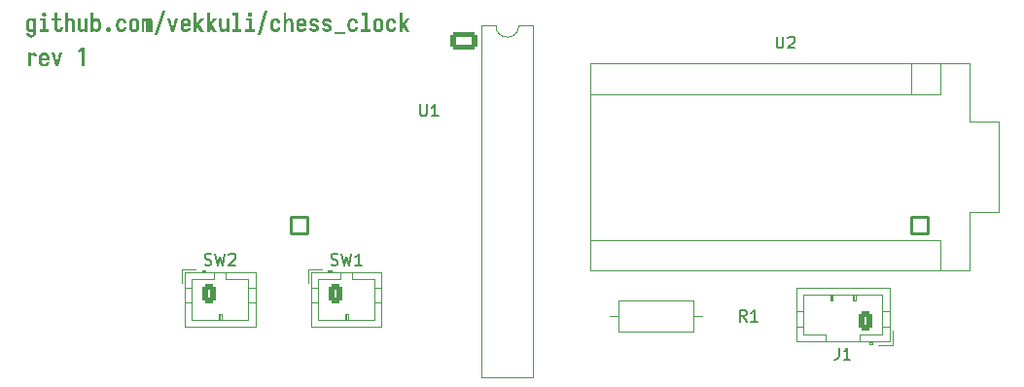
<source format=gto>
G04 #@! TF.GenerationSoftware,KiCad,Pcbnew,9.0.2*
G04 #@! TF.CreationDate,2025-06-28T10:53:46+03:00*
G04 #@! TF.ProjectId,chess_clock_pcb,63686573-735f-4636-9c6f-636b5f706362,rev?*
G04 #@! TF.SameCoordinates,Original*
G04 #@! TF.FileFunction,Legend,Top*
G04 #@! TF.FilePolarity,Positive*
%FSLAX46Y46*%
G04 Gerber Fmt 4.6, Leading zero omitted, Abs format (unit mm)*
G04 Created by KiCad (PCBNEW 9.0.2) date 2025-06-28 10:53:46*
%MOMM*%
%LPD*%
G01*
G04 APERTURE LIST*
G04 Aperture macros list*
%AMRoundRect*
0 Rectangle with rounded corners*
0 $1 Rounding radius*
0 $2 $3 $4 $5 $6 $7 $8 $9 X,Y pos of 4 corners*
0 Add a 4 corners polygon primitive as box body*
4,1,4,$2,$3,$4,$5,$6,$7,$8,$9,$2,$3,0*
0 Add four circle primitives for the rounded corners*
1,1,$1+$1,$2,$3*
1,1,$1+$1,$4,$5*
1,1,$1+$1,$6,$7*
1,1,$1+$1,$8,$9*
0 Add four rect primitives between the rounded corners*
20,1,$1+$1,$2,$3,$4,$5,0*
20,1,$1+$1,$4,$5,$6,$7,0*
20,1,$1+$1,$6,$7,$8,$9,0*
20,1,$1+$1,$8,$9,$2,$3,0*%
G04 Aperture macros list end*
%ADD10C,0.320000*%
%ADD11C,0.150000*%
%ADD12C,0.120000*%
%ADD13R,1.600000X1.600000*%
%ADD14O,1.600000X1.600000*%
%ADD15C,3.200000*%
%ADD16C,1.600000*%
%ADD17RoundRect,0.250000X-0.350000X-0.625000X0.350000X-0.625000X0.350000X0.625000X-0.350000X0.625000X0*%
%ADD18O,1.200000X1.750000*%
%ADD19RoundRect,0.250000X-0.950000X-0.550000X0.950000X-0.550000X0.950000X0.550000X-0.950000X0.550000X0*%
%ADD20O,2.400000X1.600000*%
%ADD21RoundRect,0.250000X0.350000X0.625000X-0.350000X0.625000X-0.350000X-0.625000X0.350000X-0.625000X0*%
%ADD22C,1.850000*%
%ADD23RoundRect,0.102000X0.937500X0.937500X-0.937500X0.937500X-0.937500X-0.937500X0.937500X-0.937500X0*%
%ADD24C,2.079000*%
%ADD25RoundRect,0.102000X0.729000X0.729000X-0.729000X0.729000X-0.729000X-0.729000X0.729000X-0.729000X0*%
%ADD26C,1.662000*%
G04 APERTURE END LIST*
D10*
G36*
X109257431Y-56228000D02*
G01*
X109257431Y-55064036D01*
X109508122Y-55064036D01*
X109508122Y-55283366D01*
X109545052Y-55193875D01*
X109601032Y-55116597D01*
X109636646Y-55086228D01*
X109679288Y-55064036D01*
X109725758Y-55050504D01*
X109772295Y-55046060D01*
X109814400Y-55049410D01*
X109856217Y-55059542D01*
X109895184Y-55076907D01*
X109928904Y-55102040D01*
X109957434Y-55133373D01*
X109980390Y-55169256D01*
X110011751Y-55248683D01*
X110026308Y-55332703D01*
X110029727Y-55417699D01*
X109778939Y-55417699D01*
X109775617Y-55363966D01*
X109761060Y-55313652D01*
X109746952Y-55292498D01*
X109726378Y-55275550D01*
X109701909Y-55264606D01*
X109675966Y-55260993D01*
X109641720Y-55266271D01*
X109609923Y-55282291D01*
X109582672Y-55305913D01*
X109561856Y-55333778D01*
X109533817Y-55398648D01*
X109518185Y-55469186D01*
X109510369Y-55539723D01*
X109508122Y-55610163D01*
X109508122Y-56228000D01*
X109257431Y-56228000D01*
G37*
G36*
X110800851Y-55057295D02*
G01*
X110860609Y-55073057D01*
X110916133Y-55097644D01*
X110966699Y-55130833D01*
X111011193Y-55172577D01*
X111048770Y-55220847D01*
X111078311Y-55273303D01*
X111100104Y-55329606D01*
X111114166Y-55389758D01*
X111124228Y-55511684D01*
X111124228Y-55753484D01*
X110481870Y-55753484D01*
X110481870Y-55780351D01*
X110491933Y-55871014D01*
X110505994Y-55914822D01*
X110527690Y-55953764D01*
X110557474Y-55986362D01*
X110595980Y-56010916D01*
X110639388Y-56026074D01*
X110683321Y-56031042D01*
X110749364Y-56024301D01*
X110808667Y-55999681D01*
X110832909Y-55979111D01*
X110852337Y-55952689D01*
X110865475Y-55922459D01*
X110871290Y-55889967D01*
X111119832Y-55889967D01*
X111113908Y-55942782D01*
X111100781Y-55992940D01*
X111080667Y-56040669D01*
X111053691Y-56085850D01*
X111020403Y-56126467D01*
X110981004Y-56160882D01*
X110936870Y-56189357D01*
X110889267Y-56212368D01*
X110839319Y-56229162D01*
X110788541Y-56239137D01*
X110683321Y-56245878D01*
X110561297Y-56234643D01*
X110501541Y-56218955D01*
X110446015Y-56194392D01*
X110395146Y-56161413D01*
X110349783Y-56120533D01*
X110311219Y-56073016D01*
X110280418Y-56019807D01*
X110257762Y-55962465D01*
X110243489Y-55902277D01*
X110233426Y-55780351D01*
X110233426Y-55511684D01*
X110481870Y-55511684D01*
X110481870Y-55538551D01*
X110875785Y-55538551D01*
X110875785Y-55511684D01*
X110866796Y-55422193D01*
X110853690Y-55379084D01*
X110832114Y-55339346D01*
X110802496Y-55305746D01*
X110764996Y-55281119D01*
X110722590Y-55265989D01*
X110678827Y-55260993D01*
X110635064Y-55265989D01*
X110592658Y-55281119D01*
X110555139Y-55305742D01*
X110525443Y-55339346D01*
X110503918Y-55379076D01*
X110490760Y-55422193D01*
X110481870Y-55511684D01*
X110233426Y-55511684D01*
X110243489Y-55389758D01*
X110257527Y-55329601D01*
X110279246Y-55273303D01*
X110308842Y-55220836D01*
X110346364Y-55172577D01*
X110390937Y-55130828D01*
X110441521Y-55097644D01*
X110497045Y-55073057D01*
X110556803Y-55057295D01*
X110678827Y-55046060D01*
X110800851Y-55057295D01*
G37*
G36*
X111654822Y-56228000D02*
G01*
X111542861Y-55840728D01*
X111321284Y-55064036D01*
X111580963Y-55064036D01*
X111780167Y-55840728D01*
X111789057Y-55876583D01*
X111798046Y-55912340D01*
X111806936Y-55876583D01*
X111815924Y-55840728D01*
X112015129Y-55064036D01*
X112274808Y-55064036D01*
X111941270Y-56228000D01*
X111654822Y-56228000D01*
G37*
G36*
X113978255Y-56228000D02*
G01*
X113978255Y-54813345D01*
X113720823Y-55019290D01*
X113597725Y-54887204D01*
X113978255Y-54582780D01*
X114228946Y-54582780D01*
X114228946Y-56228000D01*
X113978255Y-56228000D01*
G37*
G36*
X109546127Y-52058369D02*
G01*
X109589182Y-52074574D01*
X109628974Y-52098718D01*
X109664319Y-52129253D01*
X109693942Y-52164762D01*
X109738688Y-52247609D01*
X109738688Y-52064036D01*
X109987131Y-52064036D01*
X109987131Y-53261607D01*
X109978143Y-53382459D01*
X109965286Y-53441635D01*
X109944633Y-53497741D01*
X109915927Y-53550152D01*
X109878590Y-53598467D01*
X109834198Y-53640286D01*
X109784508Y-53673401D01*
X109730315Y-53698294D01*
X109672644Y-53714824D01*
X109552868Y-53727134D01*
X109446573Y-53719318D01*
X109395108Y-53707862D01*
X109345847Y-53689130D01*
X109299466Y-53663718D01*
X109256259Y-53631977D01*
X109218165Y-53594676D01*
X109186894Y-53552549D01*
X109162335Y-53506200D01*
X109144396Y-53456318D01*
X109127592Y-53351098D01*
X109376036Y-53351098D01*
X109391667Y-53417141D01*
X109408061Y-53447243D01*
X109429769Y-53471949D01*
X109456312Y-53491007D01*
X109486824Y-53503310D01*
X109552868Y-53512298D01*
X109594537Y-53507061D01*
X109635715Y-53491000D01*
X109671855Y-53465441D01*
X109699511Y-53431600D01*
X109719138Y-53392142D01*
X109730872Y-53349926D01*
X109738688Y-53261607D01*
X109738688Y-53044427D01*
X109693942Y-53127274D01*
X109664330Y-53162722D01*
X109628974Y-53193317D01*
X109589188Y-53217385D01*
X109546127Y-53233568D01*
X109454389Y-53245878D01*
X109401105Y-53241706D01*
X109347997Y-53229074D01*
X109298103Y-53207810D01*
X109254012Y-53177685D01*
X109216133Y-53139732D01*
X109184647Y-53094838D01*
X109159670Y-53045641D01*
X109140976Y-52995187D01*
X109119776Y-52888893D01*
X109114207Y-52780351D01*
X109114207Y-52511684D01*
X109362651Y-52511684D01*
X109362651Y-52780351D01*
X109371542Y-52869842D01*
X109384495Y-52912771D01*
X109405150Y-52951517D01*
X109433774Y-52984365D01*
X109471193Y-53009744D01*
X109513659Y-53025770D01*
X109557362Y-53031042D01*
X109614417Y-53022054D01*
X109664829Y-52994113D01*
X109701758Y-52949367D01*
X109724131Y-52895634D01*
X109735268Y-52838481D01*
X109738688Y-52780351D01*
X109738688Y-52511684D01*
X109735268Y-52453554D01*
X109724131Y-52396499D01*
X109701758Y-52342766D01*
X109664829Y-52297923D01*
X109614417Y-52269981D01*
X109557362Y-52260993D01*
X109513659Y-52266265D01*
X109471193Y-52282291D01*
X109433778Y-52307593D01*
X109405150Y-52340421D01*
X109384499Y-52379180D01*
X109371542Y-52422193D01*
X109362651Y-52511684D01*
X109114207Y-52511684D01*
X109119776Y-52403143D01*
X109140976Y-52296848D01*
X109159670Y-52246394D01*
X109184647Y-52197197D01*
X109216144Y-52152240D01*
X109254012Y-52114350D01*
X109298100Y-52084203D01*
X109347997Y-52062863D01*
X109401105Y-52050232D01*
X109454389Y-52046060D01*
X109546127Y-52058369D01*
G37*
G36*
X110287062Y-53228000D02*
G01*
X110287062Y-53013066D01*
X110569113Y-53013066D01*
X110569113Y-52278872D01*
X110318422Y-52278872D01*
X110318422Y-52064036D01*
X110819804Y-52064036D01*
X110819804Y-53013066D01*
X111070593Y-53013066D01*
X111070593Y-53228000D01*
X110287062Y-53228000D01*
G37*
G36*
X110678827Y-51907330D02*
G01*
X110607117Y-51896192D01*
X110573871Y-51881448D01*
X110546741Y-51860337D01*
X110525630Y-51833207D01*
X110510886Y-51799960D01*
X110499748Y-51728251D01*
X110510886Y-51656639D01*
X110525635Y-51623310D01*
X110546741Y-51596164D01*
X110573874Y-51575076D01*
X110607117Y-51560407D01*
X110678827Y-51549172D01*
X110750439Y-51560407D01*
X110783766Y-51575081D01*
X110810914Y-51596164D01*
X110831997Y-51623312D01*
X110846671Y-51656639D01*
X110857906Y-51728251D01*
X110846671Y-51799960D01*
X110832002Y-51833204D01*
X110810914Y-51860337D01*
X110783768Y-51881442D01*
X110750439Y-51896192D01*
X110678827Y-51907330D01*
G37*
G36*
X111936873Y-53245878D02*
G01*
X111881082Y-53242530D01*
X111824912Y-53232396D01*
X111771371Y-53213945D01*
X111723014Y-53185501D01*
X111680543Y-53148575D01*
X111644661Y-53104901D01*
X111615567Y-53056214D01*
X111593175Y-53004175D01*
X111577287Y-52949666D01*
X111567480Y-52893387D01*
X111560739Y-52780351D01*
X111560739Y-52278872D01*
X111343656Y-52278872D01*
X111343656Y-52064036D01*
X111560739Y-52064036D01*
X111560739Y-51582780D01*
X111811430Y-51582780D01*
X111811430Y-52064036D01*
X112127090Y-52064036D01*
X112127090Y-52278872D01*
X111811430Y-52278872D01*
X111811430Y-52780351D01*
X111812505Y-52833010D01*
X111818171Y-52884399D01*
X111830481Y-52934810D01*
X111852854Y-52980728D01*
X111889783Y-53016485D01*
X111913037Y-53027478D01*
X111936873Y-53031042D01*
X111968808Y-53025781D01*
X111998325Y-53009744D01*
X112022789Y-52985842D01*
X112039748Y-52957183D01*
X112057725Y-52892312D01*
X112062219Y-52825096D01*
X112062219Y-52819528D01*
X112062219Y-52813861D01*
X112312909Y-52813861D01*
X112312909Y-52826269D01*
X112312909Y-52836234D01*
X112302847Y-52941454D01*
X112272561Y-53041105D01*
X112248864Y-53087132D01*
X112217752Y-53129521D01*
X112180452Y-53166492D01*
X112138227Y-53196639D01*
X112091850Y-53219552D01*
X112041995Y-53234643D01*
X111936873Y-53245878D01*
G37*
G36*
X112489741Y-53228000D02*
G01*
X112489741Y-51582780D01*
X112738185Y-51582780D01*
X112738185Y-52247609D01*
X112782930Y-52164762D01*
X112812339Y-52129173D01*
X112846727Y-52098718D01*
X112885606Y-52074614D01*
X112928401Y-52058369D01*
X113020237Y-52046060D01*
X113073315Y-52050538D01*
X113125457Y-52064036D01*
X113174008Y-52086493D01*
X113216120Y-52117769D01*
X113251581Y-52156529D01*
X113279916Y-52201691D01*
X113319092Y-52301244D01*
X113339218Y-52405390D01*
X113344787Y-52511684D01*
X113344787Y-53228000D01*
X113096343Y-53228000D01*
X113096343Y-52511684D01*
X113092923Y-52453554D01*
X113081786Y-52396499D01*
X113059413Y-52343840D01*
X113023558Y-52299095D01*
X113000660Y-52281712D01*
X112974319Y-52269981D01*
X112917264Y-52260993D01*
X112860111Y-52269981D01*
X112833836Y-52281702D01*
X112810872Y-52299095D01*
X112775115Y-52343840D01*
X112752742Y-52396499D01*
X112741507Y-52453554D01*
X112738185Y-52511684D01*
X112738185Y-53228000D01*
X112489741Y-53228000D01*
G37*
G36*
X113933510Y-53245878D02*
G01*
X113880428Y-53241424D01*
X113828290Y-53228000D01*
X113779731Y-53205563D01*
X113737627Y-53174364D01*
X113702160Y-53135525D01*
X113673831Y-53090344D01*
X113634654Y-52990693D01*
X113614528Y-52886646D01*
X113608960Y-52780351D01*
X113608960Y-52064036D01*
X113857404Y-52064036D01*
X113857404Y-52780351D01*
X113860725Y-52838481D01*
X113871960Y-52895634D01*
X113894333Y-52948195D01*
X113930090Y-52992940D01*
X113953044Y-53010278D01*
X113979330Y-53022054D01*
X114036482Y-53031042D01*
X114093538Y-53022054D01*
X114119889Y-53010269D01*
X114142777Y-52992940D01*
X114178632Y-52948195D01*
X114201004Y-52895634D01*
X114212142Y-52838481D01*
X114215561Y-52780351D01*
X114215561Y-52064036D01*
X114464005Y-52064036D01*
X114464005Y-53228000D01*
X114215561Y-53228000D01*
X114215561Y-53044427D01*
X114170816Y-53127274D01*
X114141419Y-53162802D01*
X114107020Y-53193317D01*
X114068132Y-53217340D01*
X114025247Y-53233568D01*
X113933510Y-53245878D01*
G37*
G36*
X114976622Y-52247609D02*
G01*
X115021367Y-52164762D01*
X115050973Y-52129246D01*
X115086238Y-52098718D01*
X115126097Y-52074565D01*
X115169085Y-52058369D01*
X115260921Y-52046060D01*
X115314191Y-52050234D01*
X115367215Y-52062863D01*
X115417179Y-52084213D01*
X115461200Y-52114350D01*
X115499126Y-52152252D01*
X115530565Y-52197197D01*
X115555594Y-52246402D01*
X115574235Y-52296848D01*
X115595533Y-52403143D01*
X115601102Y-52511684D01*
X115601102Y-52780351D01*
X115595533Y-52888893D01*
X115574235Y-52995187D01*
X115555594Y-53045633D01*
X115530565Y-53094838D01*
X115499138Y-53139721D01*
X115461200Y-53177685D01*
X115417176Y-53207800D01*
X115367215Y-53229074D01*
X115314191Y-53241704D01*
X115260921Y-53245878D01*
X115169085Y-53233568D01*
X115126091Y-53217394D01*
X115086238Y-53193317D01*
X115050961Y-53162728D01*
X115021367Y-53127274D01*
X114976622Y-53044427D01*
X114976622Y-53228000D01*
X114728178Y-53228000D01*
X114728178Y-52511684D01*
X114976622Y-52511684D01*
X114976622Y-52780351D01*
X114979944Y-52838481D01*
X114991179Y-52895634D01*
X115013551Y-52949367D01*
X115050481Y-52994113D01*
X115100795Y-53022054D01*
X115157948Y-53031042D01*
X115201651Y-53025770D01*
X115244117Y-53009744D01*
X115281535Y-52984365D01*
X115310160Y-52951517D01*
X115330792Y-52912769D01*
X115343670Y-52869842D01*
X115352658Y-52780351D01*
X115352658Y-52511684D01*
X115343670Y-52422193D01*
X115330787Y-52379182D01*
X115310160Y-52340421D01*
X115281531Y-52307593D01*
X115244117Y-52282291D01*
X115201651Y-52266265D01*
X115157948Y-52260993D01*
X115100795Y-52269981D01*
X115050481Y-52297923D01*
X115013551Y-52342766D01*
X114991179Y-52396499D01*
X114979944Y-52453554D01*
X114976622Y-52511684D01*
X114728178Y-52511684D01*
X114728178Y-51582780D01*
X114976622Y-51582780D01*
X114976622Y-52247609D01*
G37*
G36*
X116274919Y-53245878D02*
G01*
X116230703Y-53242506D01*
X116187578Y-53232396D01*
X116147759Y-53214748D01*
X116113719Y-53188823D01*
X116087310Y-53155460D01*
X116070146Y-53114964D01*
X116057836Y-53028795D01*
X116070146Y-52941551D01*
X116087198Y-52901758D01*
X116113719Y-52867595D01*
X116147843Y-52840741D01*
X116187578Y-52822849D01*
X116230703Y-52812739D01*
X116274919Y-52809367D01*
X116319122Y-52812741D01*
X116362163Y-52822849D01*
X116401963Y-52840751D01*
X116436022Y-52867595D01*
X116462621Y-52901766D01*
X116479692Y-52941551D01*
X116492002Y-53028795D01*
X116479692Y-53114964D01*
X116462508Y-53155453D01*
X116436022Y-53188823D01*
X116402047Y-53214738D01*
X116362163Y-53232396D01*
X116319122Y-53242505D01*
X116274919Y-53245878D01*
G37*
G36*
X117387397Y-53245878D02*
G01*
X117266545Y-53234643D01*
X117207951Y-53218707D01*
X117153510Y-53193317D01*
X117103846Y-53159288D01*
X117059525Y-53117211D01*
X117021926Y-53068945D01*
X116992309Y-53016485D01*
X116970806Y-52960260D01*
X116957627Y-52901203D01*
X116948736Y-52780351D01*
X116948736Y-52511684D01*
X116957627Y-52390833D01*
X116970812Y-52331706D01*
X116992309Y-52275550D01*
X117021926Y-52223090D01*
X117059525Y-52174824D01*
X117103846Y-52132747D01*
X117153510Y-52098718D01*
X117207949Y-52073305D01*
X117266545Y-52057295D01*
X117387397Y-52046060D01*
X117502679Y-52056220D01*
X117558440Y-52069953D01*
X117611221Y-52090903D01*
X117660118Y-52119403D01*
X117704131Y-52155871D01*
X117741960Y-52198723D01*
X117772421Y-52246534D01*
X117795852Y-52298359D01*
X117812672Y-52353903D01*
X117822821Y-52411004D01*
X117826154Y-52466939D01*
X117826154Y-52470358D01*
X117826154Y-52471433D01*
X117577711Y-52471433D01*
X117577711Y-52470358D01*
X117577711Y-52469186D01*
X117565401Y-52390833D01*
X117550000Y-52354415D01*
X117528471Y-52321468D01*
X117500569Y-52294372D01*
X117465750Y-52275550D01*
X117427119Y-52264625D01*
X117387397Y-52260993D01*
X117343852Y-52266292D01*
X117302302Y-52282291D01*
X117266079Y-52307560D01*
X117238506Y-52340421D01*
X117218761Y-52379108D01*
X117206071Y-52422193D01*
X117197180Y-52511684D01*
X117197180Y-52780351D01*
X117206071Y-52869842D01*
X117218757Y-52912843D01*
X117238506Y-52951517D01*
X117266075Y-52984398D01*
X117302302Y-53009744D01*
X117343852Y-53025743D01*
X117387397Y-53031042D01*
X117427119Y-53027410D01*
X117465750Y-53016485D01*
X117500569Y-52997663D01*
X117528471Y-52970568D01*
X117550009Y-52937554D01*
X117565401Y-52901203D01*
X117577711Y-52822849D01*
X117577711Y-52821775D01*
X117577711Y-52820602D01*
X117826154Y-52820602D01*
X117826154Y-52821775D01*
X117826154Y-52825096D01*
X117822821Y-52881031D01*
X117812672Y-52938132D01*
X117795855Y-52993691D01*
X117772421Y-53045599D01*
X117741971Y-53093347D01*
X117704131Y-53136262D01*
X117660124Y-53172652D01*
X117611221Y-53201133D01*
X117558440Y-53222082D01*
X117502679Y-53235815D01*
X117387397Y-53245878D01*
G37*
G36*
X118573613Y-52043032D02*
G01*
X118634207Y-52053973D01*
X118693117Y-52072215D01*
X118748415Y-52097644D01*
X118799199Y-52130776D01*
X118844647Y-52172577D01*
X118883080Y-52220918D01*
X118912840Y-52273303D01*
X118934633Y-52329606D01*
X118948695Y-52389758D01*
X118958757Y-52511684D01*
X118958757Y-52780351D01*
X118948695Y-52902277D01*
X118934640Y-52962359D01*
X118912840Y-53018732D01*
X118883299Y-53071188D01*
X118845722Y-53119458D01*
X118801239Y-53161145D01*
X118750662Y-53194392D01*
X118695136Y-53218955D01*
X118635380Y-53234643D01*
X118513356Y-53245878D01*
X118391332Y-53234643D01*
X118331576Y-53218955D01*
X118276050Y-53194392D01*
X118225455Y-53161149D01*
X118180893Y-53119458D01*
X118143371Y-53071199D01*
X118113775Y-53018732D01*
X118092049Y-52962364D01*
X118078018Y-52902277D01*
X118067955Y-52780351D01*
X118067955Y-52511684D01*
X118316399Y-52511684D01*
X118316399Y-52780351D01*
X118325289Y-52869842D01*
X118338439Y-52912892D01*
X118359972Y-52952689D01*
X118389657Y-52986235D01*
X118427187Y-53010916D01*
X118469593Y-53026046D01*
X118513356Y-53031042D01*
X118557119Y-53026046D01*
X118599525Y-53010916D01*
X118637036Y-52986231D01*
X118666643Y-52952689D01*
X118688227Y-52912883D01*
X118701325Y-52869842D01*
X118710314Y-52780351D01*
X118710314Y-52511684D01*
X118701325Y-52421119D01*
X118688130Y-52377259D01*
X118666643Y-52338272D01*
X118636910Y-52305626D01*
X118598353Y-52281119D01*
X118555028Y-52265964D01*
X118511109Y-52260993D01*
X118467406Y-52266265D01*
X118424940Y-52282291D01*
X118387525Y-52307593D01*
X118358897Y-52340421D01*
X118338246Y-52379180D01*
X118325289Y-52422193D01*
X118316399Y-52511684D01*
X118067955Y-52511684D01*
X118078018Y-52389758D01*
X118092056Y-52329601D01*
X118113775Y-52273303D01*
X118143610Y-52220914D01*
X118182065Y-52172577D01*
X118227513Y-52130776D01*
X118278297Y-52097644D01*
X118333581Y-52072211D01*
X118392407Y-52053973D01*
X118453086Y-52043031D01*
X118513356Y-52039416D01*
X118573613Y-52043032D01*
G37*
G36*
X119160307Y-53228000D02*
G01*
X119160307Y-52064036D01*
X119390872Y-52064036D01*
X119390872Y-52162515D01*
X119416566Y-52116695D01*
X119451249Y-52078593D01*
X119497069Y-52053973D01*
X119549727Y-52046060D01*
X119582698Y-52049419D01*
X119614598Y-52059542D01*
X119644084Y-52075519D01*
X119669504Y-52096471D01*
X119707508Y-52150205D01*
X119731053Y-52214001D01*
X119752351Y-52151377D01*
X119789281Y-52096471D01*
X119813726Y-52075570D01*
X119842916Y-52059542D01*
X119874900Y-52049417D01*
X119907885Y-52046060D01*
X119941125Y-52049625D01*
X119975003Y-52060616D01*
X120006164Y-52078318D01*
X120032058Y-52102040D01*
X120068988Y-52161440D01*
X120090286Y-52228558D01*
X120101521Y-52297923D01*
X120104842Y-52368460D01*
X120104842Y-53228000D01*
X119874277Y-53228000D01*
X119874277Y-52368460D01*
X119872030Y-52329284D01*
X119864214Y-52292354D01*
X119844089Y-52258746D01*
X119828323Y-52246843D01*
X119811653Y-52243115D01*
X119793245Y-52246997D01*
X119778046Y-52258746D01*
X119757920Y-52292354D01*
X119748932Y-52329284D01*
X119746782Y-52368460D01*
X119746782Y-53228000D01*
X119518367Y-53228000D01*
X119518367Y-52368460D01*
X119516120Y-52329284D01*
X119507229Y-52292354D01*
X119487006Y-52258746D01*
X119471887Y-52247000D01*
X119453496Y-52243115D01*
X119436826Y-52246843D01*
X119421060Y-52258746D01*
X119400837Y-52292354D01*
X119393021Y-52329284D01*
X119390872Y-52368460D01*
X119390872Y-53228000D01*
X119160307Y-53228000D01*
G37*
G36*
X120304145Y-53548055D02*
G01*
X120944256Y-51385725D01*
X121199441Y-51385725D01*
X120559330Y-53548055D01*
X120304145Y-53548055D01*
G37*
G36*
X121727787Y-53228000D02*
G01*
X121615826Y-52840728D01*
X121394249Y-52064036D01*
X121653928Y-52064036D01*
X121853133Y-52840728D01*
X121862023Y-52876583D01*
X121871011Y-52912340D01*
X121879902Y-52876583D01*
X121888890Y-52840728D01*
X122088094Y-52064036D01*
X122347773Y-52064036D01*
X122014235Y-53228000D01*
X121727787Y-53228000D01*
G37*
G36*
X123112254Y-52057295D02*
G01*
X123172012Y-52073057D01*
X123227536Y-52097644D01*
X123278102Y-52130833D01*
X123322595Y-52172577D01*
X123360173Y-52220847D01*
X123389713Y-52273303D01*
X123411507Y-52329606D01*
X123425568Y-52389758D01*
X123435631Y-52511684D01*
X123435631Y-52753484D01*
X122793272Y-52753484D01*
X122793272Y-52780351D01*
X122803335Y-52871014D01*
X122817397Y-52914822D01*
X122839092Y-52953764D01*
X122868877Y-52986362D01*
X122907383Y-53010916D01*
X122950791Y-53026074D01*
X122994724Y-53031042D01*
X123060767Y-53024301D01*
X123120069Y-52999681D01*
X123144311Y-52979111D01*
X123163740Y-52952689D01*
X123176878Y-52922459D01*
X123182693Y-52889967D01*
X123431235Y-52889967D01*
X123425310Y-52942782D01*
X123412184Y-52992940D01*
X123392069Y-53040669D01*
X123365094Y-53085850D01*
X123331805Y-53126467D01*
X123292407Y-53160882D01*
X123248272Y-53189357D01*
X123200669Y-53212368D01*
X123150721Y-53229162D01*
X123099944Y-53239137D01*
X122994724Y-53245878D01*
X122872700Y-53234643D01*
X122812944Y-53218955D01*
X122757418Y-53194392D01*
X122706549Y-53161413D01*
X122661186Y-53120533D01*
X122622621Y-53073016D01*
X122591821Y-53019807D01*
X122569165Y-52962465D01*
X122554891Y-52902277D01*
X122544829Y-52780351D01*
X122544829Y-52511684D01*
X122793272Y-52511684D01*
X122793272Y-52538551D01*
X123187187Y-52538551D01*
X123187187Y-52511684D01*
X123178199Y-52422193D01*
X123165093Y-52379084D01*
X123143517Y-52339346D01*
X123113899Y-52305746D01*
X123076399Y-52281119D01*
X123033993Y-52265989D01*
X122990230Y-52260993D01*
X122946466Y-52265989D01*
X122904061Y-52281119D01*
X122866541Y-52305742D01*
X122836845Y-52339346D01*
X122815321Y-52379076D01*
X122802163Y-52422193D01*
X122793272Y-52511684D01*
X122544829Y-52511684D01*
X122554891Y-52389758D01*
X122568930Y-52329601D01*
X122590648Y-52273303D01*
X122620245Y-52220836D01*
X122657766Y-52172577D01*
X122702340Y-52130828D01*
X122752923Y-52097644D01*
X122808448Y-52073057D01*
X122868206Y-52057295D01*
X122990230Y-52046060D01*
X123112254Y-52057295D01*
G37*
G36*
X123717683Y-53228000D02*
G01*
X123717683Y-51582780D01*
X123966224Y-51582780D01*
X123966224Y-52554182D01*
X124286280Y-52064036D01*
X124572826Y-52064036D01*
X124187801Y-52596778D01*
X124572826Y-53228000D01*
X124290774Y-53228000D01*
X124037836Y-52813861D01*
X124035589Y-52809367D01*
X123966224Y-52905697D01*
X123966224Y-53228000D01*
X123717683Y-53228000D01*
G37*
G36*
X124836901Y-53228000D02*
G01*
X124836901Y-51582780D01*
X125085443Y-51582780D01*
X125085443Y-52554182D01*
X125405498Y-52064036D01*
X125692044Y-52064036D01*
X125307020Y-52596778D01*
X125692044Y-53228000D01*
X125409993Y-53228000D01*
X125157055Y-52813861D01*
X125154808Y-52809367D01*
X125085443Y-52905697D01*
X125085443Y-53228000D01*
X124836901Y-53228000D01*
G37*
G36*
X126244912Y-53245878D02*
G01*
X126191831Y-53241424D01*
X126139692Y-53228000D01*
X126091134Y-53205563D01*
X126049030Y-53174364D01*
X126013563Y-53135525D01*
X125985233Y-53090344D01*
X125946057Y-52990693D01*
X125925931Y-52886646D01*
X125920362Y-52780351D01*
X125920362Y-52064036D01*
X126168806Y-52064036D01*
X126168806Y-52780351D01*
X126172128Y-52838481D01*
X126183363Y-52895634D01*
X126205736Y-52948195D01*
X126241493Y-52992940D01*
X126264447Y-53010278D01*
X126290732Y-53022054D01*
X126347885Y-53031042D01*
X126404940Y-53022054D01*
X126431291Y-53010269D01*
X126454180Y-52992940D01*
X126490034Y-52948195D01*
X126512407Y-52895634D01*
X126523545Y-52838481D01*
X126526964Y-52780351D01*
X126526964Y-52064036D01*
X126775408Y-52064036D01*
X126775408Y-53228000D01*
X126526964Y-53228000D01*
X126526964Y-53044427D01*
X126482219Y-53127274D01*
X126452822Y-53162802D01*
X126418422Y-53193317D01*
X126379535Y-53217340D01*
X126336650Y-53233568D01*
X126244912Y-53245878D01*
G37*
G36*
X127075338Y-53228000D02*
G01*
X127075338Y-53013066D01*
X127357390Y-53013066D01*
X127357390Y-51797616D01*
X127106699Y-51797616D01*
X127106699Y-51582780D01*
X127608080Y-51582780D01*
X127608080Y-53013066D01*
X127858869Y-53013066D01*
X127858869Y-53228000D01*
X127075338Y-53228000D01*
G37*
G36*
X128194556Y-53228000D02*
G01*
X128194556Y-53013066D01*
X128476608Y-53013066D01*
X128476608Y-52278872D01*
X128225917Y-52278872D01*
X128225917Y-52064036D01*
X128727299Y-52064036D01*
X128727299Y-53013066D01*
X128978087Y-53013066D01*
X128978087Y-53228000D01*
X128194556Y-53228000D01*
G37*
G36*
X128586322Y-51907330D02*
G01*
X128514612Y-51896192D01*
X128481366Y-51881448D01*
X128454235Y-51860337D01*
X128433125Y-51833207D01*
X128418381Y-51799960D01*
X128407243Y-51728251D01*
X128418381Y-51656639D01*
X128433130Y-51623310D01*
X128454235Y-51596164D01*
X128481369Y-51575076D01*
X128514612Y-51560407D01*
X128586322Y-51549172D01*
X128657934Y-51560407D01*
X128691260Y-51575081D01*
X128718408Y-51596164D01*
X128739491Y-51623312D01*
X128754166Y-51656639D01*
X128765401Y-51728251D01*
X128754166Y-51799960D01*
X128739497Y-51833204D01*
X128718408Y-51860337D01*
X128691263Y-51881442D01*
X128657934Y-51896192D01*
X128586322Y-51907330D01*
G37*
G36*
X129257892Y-53548055D02*
G01*
X129898004Y-51385725D01*
X130153189Y-51385725D01*
X129513077Y-53548055D01*
X129257892Y-53548055D01*
G37*
G36*
X130818018Y-53245878D02*
G01*
X130697166Y-53234643D01*
X130638572Y-53218707D01*
X130584131Y-53193317D01*
X130534467Y-53159288D01*
X130490146Y-53117211D01*
X130452547Y-53068945D01*
X130422930Y-53016485D01*
X130401427Y-52960260D01*
X130388248Y-52901203D01*
X130379357Y-52780351D01*
X130379357Y-52511684D01*
X130388248Y-52390833D01*
X130401433Y-52331706D01*
X130422930Y-52275550D01*
X130452547Y-52223090D01*
X130490146Y-52174824D01*
X130534467Y-52132747D01*
X130584131Y-52098718D01*
X130638570Y-52073305D01*
X130697166Y-52057295D01*
X130818018Y-52046060D01*
X130933300Y-52056220D01*
X130989061Y-52069953D01*
X131041842Y-52090903D01*
X131090739Y-52119403D01*
X131134752Y-52155871D01*
X131172581Y-52198723D01*
X131203042Y-52246534D01*
X131226473Y-52298359D01*
X131243293Y-52353903D01*
X131253442Y-52411004D01*
X131256775Y-52466939D01*
X131256775Y-52470358D01*
X131256775Y-52471433D01*
X131008332Y-52471433D01*
X131008332Y-52470358D01*
X131008332Y-52469186D01*
X130996022Y-52390833D01*
X130980621Y-52354415D01*
X130959092Y-52321468D01*
X130931190Y-52294372D01*
X130896371Y-52275550D01*
X130857740Y-52264625D01*
X130818018Y-52260993D01*
X130774473Y-52266292D01*
X130732923Y-52282291D01*
X130696700Y-52307560D01*
X130669127Y-52340421D01*
X130649382Y-52379108D01*
X130636692Y-52422193D01*
X130627801Y-52511684D01*
X130627801Y-52780351D01*
X130636692Y-52869842D01*
X130649378Y-52912843D01*
X130669127Y-52951517D01*
X130696696Y-52984398D01*
X130732923Y-53009744D01*
X130774473Y-53025743D01*
X130818018Y-53031042D01*
X130857740Y-53027410D01*
X130896371Y-53016485D01*
X130931190Y-52997663D01*
X130959092Y-52970568D01*
X130980630Y-52937554D01*
X130996022Y-52901203D01*
X131008332Y-52822849D01*
X131008332Y-52821775D01*
X131008332Y-52820602D01*
X131256775Y-52820602D01*
X131256775Y-52821775D01*
X131256775Y-52825096D01*
X131253442Y-52881031D01*
X131243293Y-52938132D01*
X131226476Y-52993691D01*
X131203042Y-53045599D01*
X131172592Y-53093347D01*
X131134752Y-53136262D01*
X131090745Y-53172652D01*
X131041842Y-53201133D01*
X130989061Y-53222082D01*
X130933300Y-53235815D01*
X130818018Y-53245878D01*
G37*
G36*
X131516454Y-53228000D02*
G01*
X131516454Y-51582780D01*
X131764898Y-51582780D01*
X131764898Y-52247609D01*
X131809644Y-52164762D01*
X131839052Y-52129173D01*
X131873440Y-52098718D01*
X131912319Y-52074614D01*
X131955115Y-52058369D01*
X132046950Y-52046060D01*
X132100028Y-52050538D01*
X132152170Y-52064036D01*
X132200721Y-52086493D01*
X132242833Y-52117769D01*
X132278294Y-52156529D01*
X132306629Y-52201691D01*
X132345806Y-52301244D01*
X132365931Y-52405390D01*
X132371500Y-52511684D01*
X132371500Y-53228000D01*
X132123056Y-53228000D01*
X132123056Y-52511684D01*
X132119637Y-52453554D01*
X132108499Y-52396499D01*
X132086127Y-52343840D01*
X132050272Y-52299095D01*
X132027374Y-52281712D01*
X132001032Y-52269981D01*
X131943977Y-52260993D01*
X131886824Y-52269981D01*
X131860549Y-52281702D01*
X131837585Y-52299095D01*
X131801828Y-52343840D01*
X131779455Y-52396499D01*
X131768220Y-52453554D01*
X131764898Y-52511684D01*
X131764898Y-53228000D01*
X131516454Y-53228000D01*
G37*
G36*
X133185219Y-52057295D02*
G01*
X133244977Y-52073057D01*
X133300502Y-52097644D01*
X133351067Y-52130833D01*
X133395561Y-52172577D01*
X133433139Y-52220847D01*
X133462679Y-52273303D01*
X133484473Y-52329606D01*
X133498534Y-52389758D01*
X133508597Y-52511684D01*
X133508597Y-52753484D01*
X132866238Y-52753484D01*
X132866238Y-52780351D01*
X132876301Y-52871014D01*
X132890363Y-52914822D01*
X132912058Y-52953764D01*
X132941842Y-52986362D01*
X132980348Y-53010916D01*
X133023756Y-53026074D01*
X133067690Y-53031042D01*
X133133733Y-53024301D01*
X133193035Y-52999681D01*
X133217277Y-52979111D01*
X133236706Y-52952689D01*
X133249844Y-52922459D01*
X133255659Y-52889967D01*
X133504200Y-52889967D01*
X133498276Y-52942782D01*
X133485150Y-52992940D01*
X133465035Y-53040669D01*
X133438060Y-53085850D01*
X133404771Y-53126467D01*
X133365373Y-53160882D01*
X133321238Y-53189357D01*
X133273635Y-53212368D01*
X133223687Y-53229162D01*
X133172909Y-53239137D01*
X133067690Y-53245878D01*
X132945666Y-53234643D01*
X132885910Y-53218955D01*
X132830383Y-53194392D01*
X132779515Y-53161413D01*
X132734152Y-53120533D01*
X132695587Y-53073016D01*
X132664787Y-53019807D01*
X132642131Y-52962465D01*
X132627857Y-52902277D01*
X132617794Y-52780351D01*
X132617794Y-52511684D01*
X132866238Y-52511684D01*
X132866238Y-52538551D01*
X133260153Y-52538551D01*
X133260153Y-52511684D01*
X133251165Y-52422193D01*
X133238059Y-52379084D01*
X133216482Y-52339346D01*
X133186865Y-52305746D01*
X133149364Y-52281119D01*
X133106959Y-52265989D01*
X133063196Y-52260993D01*
X133019432Y-52265989D01*
X132977027Y-52281119D01*
X132939507Y-52305742D01*
X132909811Y-52339346D01*
X132888287Y-52379076D01*
X132875129Y-52422193D01*
X132866238Y-52511684D01*
X132617794Y-52511684D01*
X132627857Y-52389758D01*
X132641895Y-52329601D01*
X132663614Y-52273303D01*
X132693211Y-52220836D01*
X132730732Y-52172577D01*
X132775305Y-52130828D01*
X132825889Y-52097644D01*
X132881414Y-52073057D01*
X132941172Y-52057295D01*
X133063196Y-52046060D01*
X133185219Y-52057295D01*
G37*
G36*
X134177920Y-53245878D02*
G01*
X134074947Y-53239137D01*
X134024124Y-53229418D01*
X133974221Y-53213443D01*
X133926647Y-53191341D01*
X133882386Y-53163129D01*
X133843126Y-53128872D01*
X133810774Y-53089270D01*
X133785140Y-53044870D01*
X133766029Y-52996360D01*
X133754322Y-52945229D01*
X133750397Y-52892214D01*
X134001088Y-52892214D01*
X134004694Y-52922876D01*
X134015645Y-52952689D01*
X134033301Y-52979019D01*
X134057069Y-52999681D01*
X134115198Y-53024301D01*
X134177920Y-53031042D01*
X134242791Y-53025473D01*
X134301018Y-53003101D01*
X134325293Y-52983590D01*
X134344689Y-52958355D01*
X134357335Y-52929334D01*
X134361493Y-52898956D01*
X134355397Y-52865233D01*
X134336873Y-52835159D01*
X134310035Y-52810957D01*
X134279720Y-52794908D01*
X134212602Y-52774782D01*
X134144312Y-52756806D01*
X134077194Y-52736681D01*
X134011151Y-52712061D01*
X133948429Y-52680700D01*
X133891374Y-52641524D01*
X133842135Y-52591210D01*
X133804033Y-52531907D01*
X133780586Y-52465864D01*
X133772770Y-52395327D01*
X133776355Y-52346191D01*
X133787327Y-52295773D01*
X133805310Y-52247166D01*
X133829825Y-52202863D01*
X133860915Y-52163079D01*
X133898115Y-52128907D01*
X133940335Y-52100681D01*
X133986531Y-52078593D01*
X134085010Y-52052801D01*
X134186908Y-52046060D01*
X134286461Y-52052801D01*
X134336036Y-52062624D01*
X134383866Y-52078593D01*
X134429136Y-52100627D01*
X134471109Y-52128907D01*
X134508369Y-52163090D01*
X134539399Y-52202863D01*
X134564046Y-52247000D01*
X134581995Y-52294601D01*
X134592950Y-52344089D01*
X134596552Y-52393080D01*
X134348011Y-52393080D01*
X134344689Y-52364632D01*
X134334626Y-52337099D01*
X134318667Y-52312438D01*
X134297697Y-52292354D01*
X134272785Y-52277223D01*
X134245038Y-52267734D01*
X134186908Y-52260993D01*
X134126434Y-52267734D01*
X134073775Y-52291182D01*
X134052763Y-52310544D01*
X134035771Y-52336025D01*
X134024783Y-52364536D01*
X134021214Y-52393080D01*
X134027043Y-52426819D01*
X134044661Y-52456876D01*
X134070794Y-52480961D01*
X134101814Y-52497127D01*
X134168932Y-52517351D01*
X134237222Y-52534154D01*
X134305512Y-52554280D01*
X134370383Y-52579974D01*
X134433105Y-52611335D01*
X134491332Y-52650512D01*
X134540572Y-52700923D01*
X134578576Y-52760226D01*
X134602121Y-52826171D01*
X134609937Y-52894461D01*
X134605988Y-52947473D01*
X134594207Y-52998607D01*
X134574912Y-53047042D01*
X134548387Y-53091517D01*
X134515161Y-53131166D01*
X134475603Y-53165376D01*
X134431384Y-53193336D01*
X134383866Y-53214615D01*
X134283140Y-53239137D01*
X134177920Y-53245878D01*
G37*
G36*
X135297138Y-53245878D02*
G01*
X135194166Y-53239137D01*
X135143343Y-53229418D01*
X135093440Y-53213443D01*
X135045866Y-53191341D01*
X135001605Y-53163129D01*
X134962345Y-53128872D01*
X134929993Y-53089270D01*
X134904359Y-53044870D01*
X134885247Y-52996360D01*
X134873540Y-52945229D01*
X134869616Y-52892214D01*
X135120307Y-52892214D01*
X135123913Y-52922876D01*
X135134863Y-52952689D01*
X135152520Y-52979019D01*
X135176287Y-52999681D01*
X135234417Y-53024301D01*
X135297138Y-53031042D01*
X135362009Y-53025473D01*
X135420237Y-53003101D01*
X135444512Y-52983590D01*
X135463907Y-52958355D01*
X135476553Y-52929334D01*
X135480711Y-52898956D01*
X135474616Y-52865233D01*
X135456092Y-52835159D01*
X135429254Y-52810957D01*
X135398939Y-52794908D01*
X135331821Y-52774782D01*
X135263531Y-52756806D01*
X135196413Y-52736681D01*
X135130369Y-52712061D01*
X135067648Y-52680700D01*
X135010593Y-52641524D01*
X134961353Y-52591210D01*
X134923251Y-52531907D01*
X134899804Y-52465864D01*
X134891988Y-52395327D01*
X134895573Y-52346191D01*
X134906545Y-52295773D01*
X134924528Y-52247166D01*
X134949043Y-52202863D01*
X134980133Y-52163079D01*
X135017334Y-52128907D01*
X135059554Y-52100681D01*
X135105750Y-52078593D01*
X135204228Y-52052801D01*
X135306127Y-52046060D01*
X135405680Y-52052801D01*
X135455254Y-52062624D01*
X135503084Y-52078593D01*
X135548354Y-52100627D01*
X135590327Y-52128907D01*
X135627587Y-52163090D01*
X135658618Y-52202863D01*
X135683265Y-52247000D01*
X135701214Y-52294601D01*
X135712168Y-52344089D01*
X135715771Y-52393080D01*
X135467229Y-52393080D01*
X135463908Y-52364632D01*
X135453845Y-52337099D01*
X135437886Y-52312438D01*
X135416915Y-52292354D01*
X135392004Y-52277223D01*
X135364256Y-52267734D01*
X135306127Y-52260993D01*
X135245652Y-52267734D01*
X135192993Y-52291182D01*
X135171982Y-52310544D01*
X135154989Y-52336025D01*
X135144001Y-52364536D01*
X135140432Y-52393080D01*
X135146261Y-52426819D01*
X135163879Y-52456876D01*
X135190013Y-52480961D01*
X135221032Y-52497127D01*
X135288150Y-52517351D01*
X135356441Y-52534154D01*
X135424731Y-52554280D01*
X135489602Y-52579974D01*
X135552323Y-52611335D01*
X135610551Y-52650512D01*
X135659790Y-52700923D01*
X135697794Y-52760226D01*
X135721339Y-52826171D01*
X135729155Y-52894461D01*
X135725206Y-52947473D01*
X135713426Y-52998607D01*
X135694130Y-53047042D01*
X135667606Y-53091517D01*
X135634379Y-53131166D01*
X135594822Y-53165376D01*
X135550602Y-53193336D01*
X135503084Y-53214615D01*
X135402358Y-53239137D01*
X135297138Y-53245878D01*
G37*
G36*
X135993328Y-53442933D02*
G01*
X135993328Y-53228000D01*
X136848374Y-53228000D01*
X136848374Y-53442933D01*
X135993328Y-53442933D01*
G37*
G36*
X137533328Y-53245878D02*
G01*
X137412477Y-53234643D01*
X137353883Y-53218707D01*
X137299441Y-53193317D01*
X137249778Y-53159288D01*
X137205457Y-53117211D01*
X137167857Y-53068945D01*
X137138241Y-53016485D01*
X137116738Y-52960260D01*
X137103558Y-52901203D01*
X137094668Y-52780351D01*
X137094668Y-52511684D01*
X137103558Y-52390833D01*
X137116744Y-52331706D01*
X137138241Y-52275550D01*
X137167857Y-52223090D01*
X137205457Y-52174824D01*
X137249778Y-52132747D01*
X137299441Y-52098718D01*
X137353881Y-52073305D01*
X137412477Y-52057295D01*
X137533328Y-52046060D01*
X137648611Y-52056220D01*
X137704372Y-52069953D01*
X137757152Y-52090903D01*
X137806049Y-52119403D01*
X137850062Y-52155871D01*
X137887892Y-52198723D01*
X137918353Y-52246534D01*
X137941783Y-52298359D01*
X137958604Y-52353903D01*
X137968753Y-52411004D01*
X137972086Y-52466939D01*
X137972086Y-52470358D01*
X137972086Y-52471433D01*
X137723642Y-52471433D01*
X137723642Y-52470358D01*
X137723642Y-52469186D01*
X137711332Y-52390833D01*
X137695931Y-52354415D01*
X137674403Y-52321468D01*
X137646501Y-52294372D01*
X137611681Y-52275550D01*
X137573050Y-52264625D01*
X137533328Y-52260993D01*
X137489783Y-52266292D01*
X137448234Y-52282291D01*
X137412010Y-52307560D01*
X137384438Y-52340421D01*
X137364693Y-52379108D01*
X137352002Y-52422193D01*
X137343112Y-52511684D01*
X137343112Y-52780351D01*
X137352002Y-52869842D01*
X137364689Y-52912843D01*
X137384438Y-52951517D01*
X137412006Y-52984398D01*
X137448234Y-53009744D01*
X137489783Y-53025743D01*
X137533328Y-53031042D01*
X137573050Y-53027410D01*
X137611681Y-53016485D01*
X137646501Y-52997663D01*
X137674403Y-52970568D01*
X137695941Y-52937554D01*
X137711332Y-52901203D01*
X137723642Y-52822849D01*
X137723642Y-52821775D01*
X137723642Y-52820602D01*
X137972086Y-52820602D01*
X137972086Y-52821775D01*
X137972086Y-52825096D01*
X137968753Y-52881031D01*
X137958604Y-52938132D01*
X137941787Y-52993691D01*
X137918353Y-53045599D01*
X137887903Y-53093347D01*
X137850062Y-53136262D01*
X137806056Y-53172652D01*
X137757152Y-53201133D01*
X137704372Y-53222082D01*
X137648611Y-53235815D01*
X137533328Y-53245878D01*
G37*
G36*
X138267522Y-53228000D02*
G01*
X138267522Y-53013066D01*
X138549574Y-53013066D01*
X138549574Y-51797616D01*
X138298883Y-51797616D01*
X138298883Y-51582780D01*
X138800265Y-51582780D01*
X138800265Y-53013066D01*
X139051053Y-53013066D01*
X139051053Y-53228000D01*
X138267522Y-53228000D01*
G37*
G36*
X139838763Y-52043032D02*
G01*
X139899357Y-52053973D01*
X139958267Y-52072215D01*
X140013565Y-52097644D01*
X140064349Y-52130776D01*
X140109797Y-52172577D01*
X140148230Y-52220918D01*
X140177990Y-52273303D01*
X140199783Y-52329606D01*
X140213845Y-52389758D01*
X140223907Y-52511684D01*
X140223907Y-52780351D01*
X140213845Y-52902277D01*
X140199790Y-52962359D01*
X140177990Y-53018732D01*
X140148449Y-53071188D01*
X140110872Y-53119458D01*
X140066389Y-53161145D01*
X140015812Y-53194392D01*
X139960286Y-53218955D01*
X139900530Y-53234643D01*
X139778506Y-53245878D01*
X139656482Y-53234643D01*
X139596726Y-53218955D01*
X139541200Y-53194392D01*
X139490605Y-53161149D01*
X139446043Y-53119458D01*
X139408521Y-53071199D01*
X139378925Y-53018732D01*
X139357199Y-52962364D01*
X139343168Y-52902277D01*
X139333105Y-52780351D01*
X139333105Y-52511684D01*
X139581549Y-52511684D01*
X139581549Y-52780351D01*
X139590439Y-52869842D01*
X139603589Y-52912892D01*
X139625122Y-52952689D01*
X139654807Y-52986235D01*
X139692337Y-53010916D01*
X139734743Y-53026046D01*
X139778506Y-53031042D01*
X139822269Y-53026046D01*
X139864675Y-53010916D01*
X139902186Y-52986231D01*
X139931793Y-52952689D01*
X139953378Y-52912883D01*
X139966475Y-52869842D01*
X139975464Y-52780351D01*
X139975464Y-52511684D01*
X139966475Y-52421119D01*
X139953280Y-52377259D01*
X139931793Y-52338272D01*
X139902060Y-52305626D01*
X139863503Y-52281119D01*
X139820178Y-52265964D01*
X139776259Y-52260993D01*
X139732556Y-52266265D01*
X139690090Y-52282291D01*
X139652676Y-52307593D01*
X139624047Y-52340421D01*
X139603396Y-52379180D01*
X139590439Y-52422193D01*
X139581549Y-52511684D01*
X139333105Y-52511684D01*
X139343168Y-52389758D01*
X139357206Y-52329601D01*
X139378925Y-52273303D01*
X139408760Y-52220914D01*
X139447215Y-52172577D01*
X139492663Y-52130776D01*
X139543447Y-52097644D01*
X139598731Y-52072211D01*
X139657557Y-52053973D01*
X139718236Y-52043031D01*
X139778506Y-52039416D01*
X139838763Y-52043032D01*
G37*
G36*
X140890983Y-53245878D02*
G01*
X140770132Y-53234643D01*
X140711538Y-53218707D01*
X140657096Y-53193317D01*
X140607433Y-53159288D01*
X140563112Y-53117211D01*
X140525513Y-53068945D01*
X140495896Y-53016485D01*
X140474393Y-52960260D01*
X140461214Y-52901203D01*
X140452323Y-52780351D01*
X140452323Y-52511684D01*
X140461214Y-52390833D01*
X140474399Y-52331706D01*
X140495896Y-52275550D01*
X140525513Y-52223090D01*
X140563112Y-52174824D01*
X140607433Y-52132747D01*
X140657096Y-52098718D01*
X140711536Y-52073305D01*
X140770132Y-52057295D01*
X140890983Y-52046060D01*
X141006266Y-52056220D01*
X141062027Y-52069953D01*
X141114808Y-52090903D01*
X141163705Y-52119403D01*
X141207718Y-52155871D01*
X141245547Y-52198723D01*
X141276008Y-52246534D01*
X141299439Y-52298359D01*
X141316259Y-52353903D01*
X141326408Y-52411004D01*
X141329741Y-52466939D01*
X141329741Y-52470358D01*
X141329741Y-52471433D01*
X141081297Y-52471433D01*
X141081297Y-52470358D01*
X141081297Y-52469186D01*
X141068988Y-52390833D01*
X141053587Y-52354415D01*
X141032058Y-52321468D01*
X141004156Y-52294372D01*
X140969337Y-52275550D01*
X140930706Y-52264625D01*
X140890983Y-52260993D01*
X140847439Y-52266292D01*
X140805889Y-52282291D01*
X140769665Y-52307560D01*
X140742093Y-52340421D01*
X140722348Y-52379108D01*
X140709658Y-52422193D01*
X140700767Y-52511684D01*
X140700767Y-52780351D01*
X140709658Y-52869842D01*
X140722344Y-52912843D01*
X140742093Y-52951517D01*
X140769662Y-52984398D01*
X140805889Y-53009744D01*
X140847439Y-53025743D01*
X140890983Y-53031042D01*
X140930706Y-53027410D01*
X140969337Y-53016485D01*
X141004156Y-52997663D01*
X141032058Y-52970568D01*
X141053596Y-52937554D01*
X141068988Y-52901203D01*
X141081297Y-52822849D01*
X141081297Y-52821775D01*
X141081297Y-52820602D01*
X141329741Y-52820602D01*
X141329741Y-52821775D01*
X141329741Y-52825096D01*
X141326408Y-52881031D01*
X141316259Y-52938132D01*
X141299442Y-52993691D01*
X141276008Y-53045599D01*
X141245558Y-53093347D01*
X141207718Y-53136262D01*
X141163711Y-53172652D01*
X141114808Y-53201133D01*
X141062027Y-53222082D01*
X141006266Y-53235815D01*
X140890983Y-53245878D01*
G37*
G36*
X141625177Y-53228000D02*
G01*
X141625177Y-51582780D01*
X141873719Y-51582780D01*
X141873719Y-52554182D01*
X142193775Y-52064036D01*
X142480321Y-52064036D01*
X142095296Y-52596778D01*
X142480321Y-53228000D01*
X142198269Y-53228000D01*
X141945331Y-52813861D01*
X141943084Y-52809367D01*
X141873719Y-52905697D01*
X141873719Y-53228000D01*
X141625177Y-53228000D01*
G37*
D11*
X174438095Y-53654819D02*
X174438095Y-54464342D01*
X174438095Y-54464342D02*
X174485714Y-54559580D01*
X174485714Y-54559580D02*
X174533333Y-54607200D01*
X174533333Y-54607200D02*
X174628571Y-54654819D01*
X174628571Y-54654819D02*
X174819047Y-54654819D01*
X174819047Y-54654819D02*
X174914285Y-54607200D01*
X174914285Y-54607200D02*
X174961904Y-54559580D01*
X174961904Y-54559580D02*
X175009523Y-54464342D01*
X175009523Y-54464342D02*
X175009523Y-53654819D01*
X175438095Y-53750057D02*
X175485714Y-53702438D01*
X175485714Y-53702438D02*
X175580952Y-53654819D01*
X175580952Y-53654819D02*
X175819047Y-53654819D01*
X175819047Y-53654819D02*
X175914285Y-53702438D01*
X175914285Y-53702438D02*
X175961904Y-53750057D01*
X175961904Y-53750057D02*
X176009523Y-53845295D01*
X176009523Y-53845295D02*
X176009523Y-53940533D01*
X176009523Y-53940533D02*
X175961904Y-54083390D01*
X175961904Y-54083390D02*
X175390476Y-54654819D01*
X175390476Y-54654819D02*
X176009523Y-54654819D01*
X171833333Y-78454819D02*
X171500000Y-77978628D01*
X171261905Y-78454819D02*
X171261905Y-77454819D01*
X171261905Y-77454819D02*
X171642857Y-77454819D01*
X171642857Y-77454819D02*
X171738095Y-77502438D01*
X171738095Y-77502438D02*
X171785714Y-77550057D01*
X171785714Y-77550057D02*
X171833333Y-77645295D01*
X171833333Y-77645295D02*
X171833333Y-77788152D01*
X171833333Y-77788152D02*
X171785714Y-77883390D01*
X171785714Y-77883390D02*
X171738095Y-77931009D01*
X171738095Y-77931009D02*
X171642857Y-77978628D01*
X171642857Y-77978628D02*
X171261905Y-77978628D01*
X172785714Y-78454819D02*
X172214286Y-78454819D01*
X172500000Y-78454819D02*
X172500000Y-77454819D01*
X172500000Y-77454819D02*
X172404762Y-77597676D01*
X172404762Y-77597676D02*
X172309524Y-77692914D01*
X172309524Y-77692914D02*
X172214286Y-77740533D01*
X135666667Y-73507200D02*
X135809524Y-73554819D01*
X135809524Y-73554819D02*
X136047619Y-73554819D01*
X136047619Y-73554819D02*
X136142857Y-73507200D01*
X136142857Y-73507200D02*
X136190476Y-73459580D01*
X136190476Y-73459580D02*
X136238095Y-73364342D01*
X136238095Y-73364342D02*
X136238095Y-73269104D01*
X136238095Y-73269104D02*
X136190476Y-73173866D01*
X136190476Y-73173866D02*
X136142857Y-73126247D01*
X136142857Y-73126247D02*
X136047619Y-73078628D01*
X136047619Y-73078628D02*
X135857143Y-73031009D01*
X135857143Y-73031009D02*
X135761905Y-72983390D01*
X135761905Y-72983390D02*
X135714286Y-72935771D01*
X135714286Y-72935771D02*
X135666667Y-72840533D01*
X135666667Y-72840533D02*
X135666667Y-72745295D01*
X135666667Y-72745295D02*
X135714286Y-72650057D01*
X135714286Y-72650057D02*
X135761905Y-72602438D01*
X135761905Y-72602438D02*
X135857143Y-72554819D01*
X135857143Y-72554819D02*
X136095238Y-72554819D01*
X136095238Y-72554819D02*
X136238095Y-72602438D01*
X136571429Y-72554819D02*
X136809524Y-73554819D01*
X136809524Y-73554819D02*
X137000000Y-72840533D01*
X137000000Y-72840533D02*
X137190476Y-73554819D01*
X137190476Y-73554819D02*
X137428572Y-72554819D01*
X138333333Y-73554819D02*
X137761905Y-73554819D01*
X138047619Y-73554819D02*
X138047619Y-72554819D01*
X138047619Y-72554819D02*
X137952381Y-72697676D01*
X137952381Y-72697676D02*
X137857143Y-72792914D01*
X137857143Y-72792914D02*
X137761905Y-72840533D01*
X143428095Y-59564819D02*
X143428095Y-60374342D01*
X143428095Y-60374342D02*
X143475714Y-60469580D01*
X143475714Y-60469580D02*
X143523333Y-60517200D01*
X143523333Y-60517200D02*
X143618571Y-60564819D01*
X143618571Y-60564819D02*
X143809047Y-60564819D01*
X143809047Y-60564819D02*
X143904285Y-60517200D01*
X143904285Y-60517200D02*
X143951904Y-60469580D01*
X143951904Y-60469580D02*
X143999523Y-60374342D01*
X143999523Y-60374342D02*
X143999523Y-59564819D01*
X144999523Y-60564819D02*
X144428095Y-60564819D01*
X144713809Y-60564819D02*
X144713809Y-59564819D01*
X144713809Y-59564819D02*
X144618571Y-59707676D01*
X144618571Y-59707676D02*
X144523333Y-59802914D01*
X144523333Y-59802914D02*
X144428095Y-59850533D01*
X124666667Y-73507200D02*
X124809524Y-73554819D01*
X124809524Y-73554819D02*
X125047619Y-73554819D01*
X125047619Y-73554819D02*
X125142857Y-73507200D01*
X125142857Y-73507200D02*
X125190476Y-73459580D01*
X125190476Y-73459580D02*
X125238095Y-73364342D01*
X125238095Y-73364342D02*
X125238095Y-73269104D01*
X125238095Y-73269104D02*
X125190476Y-73173866D01*
X125190476Y-73173866D02*
X125142857Y-73126247D01*
X125142857Y-73126247D02*
X125047619Y-73078628D01*
X125047619Y-73078628D02*
X124857143Y-73031009D01*
X124857143Y-73031009D02*
X124761905Y-72983390D01*
X124761905Y-72983390D02*
X124714286Y-72935771D01*
X124714286Y-72935771D02*
X124666667Y-72840533D01*
X124666667Y-72840533D02*
X124666667Y-72745295D01*
X124666667Y-72745295D02*
X124714286Y-72650057D01*
X124714286Y-72650057D02*
X124761905Y-72602438D01*
X124761905Y-72602438D02*
X124857143Y-72554819D01*
X124857143Y-72554819D02*
X125095238Y-72554819D01*
X125095238Y-72554819D02*
X125238095Y-72602438D01*
X125571429Y-72554819D02*
X125809524Y-73554819D01*
X125809524Y-73554819D02*
X126000000Y-72840533D01*
X126000000Y-72840533D02*
X126190476Y-73554819D01*
X126190476Y-73554819D02*
X126428572Y-72554819D01*
X126761905Y-72650057D02*
X126809524Y-72602438D01*
X126809524Y-72602438D02*
X126904762Y-72554819D01*
X126904762Y-72554819D02*
X127142857Y-72554819D01*
X127142857Y-72554819D02*
X127238095Y-72602438D01*
X127238095Y-72602438D02*
X127285714Y-72650057D01*
X127285714Y-72650057D02*
X127333333Y-72745295D01*
X127333333Y-72745295D02*
X127333333Y-72840533D01*
X127333333Y-72840533D02*
X127285714Y-72983390D01*
X127285714Y-72983390D02*
X126714286Y-73554819D01*
X126714286Y-73554819D02*
X127333333Y-73554819D01*
X179866666Y-80754819D02*
X179866666Y-81469104D01*
X179866666Y-81469104D02*
X179819047Y-81611961D01*
X179819047Y-81611961D02*
X179723809Y-81707200D01*
X179723809Y-81707200D02*
X179580952Y-81754819D01*
X179580952Y-81754819D02*
X179485714Y-81754819D01*
X180866666Y-81754819D02*
X180295238Y-81754819D01*
X180580952Y-81754819D02*
X180580952Y-80754819D01*
X180580952Y-80754819D02*
X180485714Y-80897676D01*
X180485714Y-80897676D02*
X180390476Y-80992914D01*
X180390476Y-80992914D02*
X180295238Y-81040533D01*
D12*
X158220000Y-55983000D02*
X158220000Y-71350000D01*
X158220000Y-58650000D02*
X158220000Y-55980000D01*
X158220000Y-58650000D02*
X188700000Y-58650000D01*
X158220000Y-71350000D02*
X158220000Y-74017000D01*
X158220000Y-74017000D02*
X191240000Y-74017000D01*
X160760000Y-71350000D02*
X158220000Y-71350000D01*
X160760000Y-71350000D02*
X188700000Y-71350000D01*
X186160000Y-58650000D02*
X186160000Y-55980000D01*
X188700000Y-58650000D02*
X188700000Y-55980000D01*
X188700000Y-71350000D02*
X188700000Y-74020000D01*
X191240000Y-55983000D02*
X158220000Y-55980000D01*
X191240000Y-61063000D02*
X191240000Y-55983000D01*
X191240000Y-74017000D02*
X191240000Y-68937000D01*
X193780000Y-61063000D02*
X191240000Y-61063000D01*
X193780000Y-68937000D02*
X191240000Y-68937000D01*
X193780000Y-68937000D02*
X193780000Y-61063000D01*
X159880000Y-78000000D02*
X160650000Y-78000000D01*
X167960000Y-78000000D02*
X167190000Y-78000000D01*
X167190000Y-79370000D02*
X160650000Y-79370000D01*
X160650000Y-76630000D01*
X167190000Y-76630000D01*
X167190000Y-79370000D01*
X133640000Y-73890000D02*
X133640000Y-75140000D01*
X133940000Y-74190000D02*
X133940000Y-78910000D01*
X133940000Y-75500000D02*
X134550000Y-75500000D01*
X133940000Y-76800000D02*
X134550000Y-76800000D01*
X133940000Y-78910000D02*
X140060000Y-78910000D01*
X134550000Y-74800000D02*
X134550000Y-78300000D01*
X134550000Y-78300000D02*
X139450000Y-78300000D01*
X134890000Y-73890000D02*
X133640000Y-73890000D01*
X135400000Y-73990000D02*
X135400000Y-74190000D01*
X135700000Y-73990000D02*
X135400000Y-73990000D01*
X135700000Y-74090000D02*
X135400000Y-74090000D01*
X135700000Y-74190000D02*
X135700000Y-73990000D01*
X136500000Y-74190000D02*
X136500000Y-74800000D01*
X136500000Y-74800000D02*
X134550000Y-74800000D01*
X136900000Y-77800000D02*
X137100000Y-77800000D01*
X136900000Y-78300000D02*
X136900000Y-77800000D01*
X137000000Y-78300000D02*
X137000000Y-77800000D01*
X137100000Y-77800000D02*
X137100000Y-78300000D01*
X137500000Y-74800000D02*
X137500000Y-74190000D01*
X139450000Y-74800000D02*
X137500000Y-74800000D01*
X139450000Y-78300000D02*
X139450000Y-74800000D01*
X140060000Y-74190000D02*
X133940000Y-74190000D01*
X140060000Y-75500000D02*
X139450000Y-75500000D01*
X140060000Y-76800000D02*
X139450000Y-76800000D01*
X140060000Y-78910000D02*
X140060000Y-74190000D01*
X148750000Y-52700000D02*
X148750000Y-83300000D01*
X148750000Y-83300000D02*
X153250000Y-83300000D01*
X150000000Y-52700000D02*
X148750000Y-52700000D01*
X153250000Y-52700000D02*
X152000000Y-52700000D01*
X153250000Y-83300000D02*
X153250000Y-52700000D01*
X152000000Y-52700000D02*
G75*
G02*
X150000000Y-52700000I-1000000J0D01*
G01*
X122640000Y-73890000D02*
X122640000Y-75140000D01*
X122940000Y-74190000D02*
X122940000Y-78910000D01*
X122940000Y-75500000D02*
X123550000Y-75500000D01*
X122940000Y-76800000D02*
X123550000Y-76800000D01*
X122940000Y-78910000D02*
X129060000Y-78910000D01*
X123550000Y-74800000D02*
X123550000Y-78300000D01*
X123550000Y-78300000D02*
X128450000Y-78300000D01*
X123890000Y-73890000D02*
X122640000Y-73890000D01*
X124400000Y-73990000D02*
X124400000Y-74190000D01*
X124700000Y-73990000D02*
X124400000Y-73990000D01*
X124700000Y-74090000D02*
X124400000Y-74090000D01*
X124700000Y-74190000D02*
X124700000Y-73990000D01*
X125500000Y-74190000D02*
X125500000Y-74800000D01*
X125500000Y-74800000D02*
X123550000Y-74800000D01*
X125900000Y-77800000D02*
X126100000Y-77800000D01*
X125900000Y-78300000D02*
X125900000Y-77800000D01*
X126000000Y-78300000D02*
X126000000Y-77800000D01*
X126100000Y-77800000D02*
X126100000Y-78300000D01*
X126500000Y-74800000D02*
X126500000Y-74190000D01*
X128450000Y-74800000D02*
X126500000Y-74800000D01*
X128450000Y-78300000D02*
X128450000Y-74800000D01*
X129060000Y-74190000D02*
X122940000Y-74190000D01*
X129060000Y-75500000D02*
X128450000Y-75500000D01*
X129060000Y-76800000D02*
X128450000Y-76800000D01*
X129060000Y-78910000D02*
X129060000Y-74190000D01*
X176140000Y-75490000D02*
X176140000Y-80210000D01*
X176140000Y-77600000D02*
X176750000Y-77600000D01*
X176140000Y-78900000D02*
X176750000Y-78900000D01*
X176140000Y-80210000D02*
X184260000Y-80210000D01*
X176750000Y-76100000D02*
X176750000Y-79600000D01*
X176750000Y-79600000D02*
X178700000Y-79600000D01*
X178700000Y-79600000D02*
X178700000Y-80210000D01*
X179100000Y-76600000D02*
X179100000Y-76100000D01*
X179200000Y-76100000D02*
X179200000Y-76600000D01*
X179300000Y-76100000D02*
X179300000Y-76600000D01*
X179300000Y-76600000D02*
X179100000Y-76600000D01*
X181100000Y-76600000D02*
X181100000Y-76100000D01*
X181200000Y-76100000D02*
X181200000Y-76600000D01*
X181300000Y-76100000D02*
X181300000Y-76600000D01*
X181300000Y-76600000D02*
X181100000Y-76600000D01*
X181700000Y-79600000D02*
X183650000Y-79600000D01*
X181700000Y-80210000D02*
X181700000Y-79600000D01*
X182500000Y-80210000D02*
X182500000Y-80410000D01*
X182500000Y-80310000D02*
X182800000Y-80310000D01*
X182500000Y-80410000D02*
X182800000Y-80410000D01*
X182800000Y-80410000D02*
X182800000Y-80210000D01*
X183310000Y-80510000D02*
X184560000Y-80510000D01*
X183650000Y-76100000D02*
X176750000Y-76100000D01*
X183650000Y-79600000D02*
X183650000Y-76100000D01*
X184260000Y-75490000D02*
X176140000Y-75490000D01*
X184260000Y-77600000D02*
X183650000Y-77600000D01*
X184260000Y-78900000D02*
X183650000Y-78900000D01*
X184260000Y-80210000D02*
X184260000Y-75490000D01*
X184560000Y-80510000D02*
X184560000Y-79260000D01*
%LPC*%
D13*
X187430000Y-57380000D03*
D14*
X184890000Y-57380000D03*
X182350000Y-57380000D03*
X179810000Y-57380000D03*
X177270000Y-57380000D03*
X174730000Y-57380000D03*
X172190000Y-57380000D03*
X169650000Y-57380000D03*
X167110000Y-57380000D03*
X164570000Y-57380000D03*
X162030000Y-57380000D03*
X159490000Y-57380000D03*
X159490000Y-72620000D03*
X162030000Y-72620000D03*
X164570000Y-72620000D03*
X167110000Y-72620000D03*
X169650000Y-72620000D03*
X172190000Y-72620000D03*
X174730000Y-72620000D03*
X177270000Y-72620000D03*
X179810000Y-72620000D03*
X182350000Y-72620000D03*
X184890000Y-72620000D03*
X187430000Y-72620000D03*
D15*
X198000000Y-54000000D03*
D16*
X169000000Y-78000000D03*
X158840000Y-78000000D03*
D17*
X136000000Y-76000000D03*
D18*
X138000000Y-76000000D03*
D15*
X198000000Y-88000000D03*
X104000000Y-54000000D03*
D19*
X147190000Y-54030000D03*
D20*
X147190000Y-56570000D03*
X147190000Y-59110000D03*
X147190000Y-61650000D03*
X147190000Y-64190000D03*
X147190000Y-66730000D03*
X147190000Y-69270000D03*
X147190000Y-71810000D03*
X147190000Y-74350000D03*
X147190000Y-76890000D03*
X147190000Y-79430000D03*
X147190000Y-81970000D03*
X154810000Y-81970000D03*
X154810000Y-79430000D03*
X154810000Y-76890000D03*
X154810000Y-74350000D03*
X154810000Y-71810000D03*
X154810000Y-69270000D03*
X154810000Y-66730000D03*
X154810000Y-64190000D03*
X154810000Y-61650000D03*
X154810000Y-59110000D03*
X154810000Y-56570000D03*
X154810000Y-54030000D03*
D17*
X125000000Y-76000000D03*
D18*
X127000000Y-76000000D03*
D15*
X104000000Y-88000000D03*
D21*
X182200000Y-78400000D03*
D18*
X180200000Y-78400000D03*
X178200000Y-78400000D03*
D22*
X166000000Y-92500000D03*
X166000000Y-83500000D03*
D23*
X172250000Y-85500000D03*
D24*
X159750000Y-85500000D03*
X172250000Y-90500000D03*
X159750000Y-90500000D03*
D25*
X132890000Y-70080000D03*
D26*
X130350000Y-70080000D03*
X127810000Y-70080000D03*
X125270000Y-70080000D03*
X122730000Y-70080000D03*
X120190000Y-70080000D03*
X117650000Y-70080000D03*
X115110000Y-70080000D03*
X115110000Y-59920000D03*
X117650000Y-59920000D03*
X120190000Y-59920000D03*
X122730000Y-59920000D03*
X125270000Y-59920000D03*
X127810000Y-59920000D03*
X130350000Y-59920000D03*
X132890000Y-59920000D03*
D25*
X186890000Y-70080000D03*
D26*
X184350000Y-70080000D03*
X181810000Y-70080000D03*
X179270000Y-70080000D03*
X176730000Y-70080000D03*
X174190000Y-70080000D03*
X171650000Y-70080000D03*
X169110000Y-70080000D03*
X169110000Y-59920000D03*
X171650000Y-59920000D03*
X174190000Y-59920000D03*
X176730000Y-59920000D03*
X179270000Y-59920000D03*
X181810000Y-59920000D03*
X184350000Y-59920000D03*
X186890000Y-59920000D03*
D22*
X186000000Y-92500000D03*
X186000000Y-83500000D03*
D23*
X192250000Y-85500000D03*
D24*
X179750000Y-85500000D03*
X192250000Y-90500000D03*
X179750000Y-90500000D03*
D22*
X136000000Y-92500000D03*
X136000000Y-83500000D03*
D23*
X142250000Y-85500000D03*
D24*
X129750000Y-85500000D03*
X142250000Y-90500000D03*
X129750000Y-90500000D03*
D22*
X116000000Y-92500000D03*
X116000000Y-83500000D03*
D23*
X122250000Y-85500000D03*
D24*
X109750000Y-85500000D03*
X122250000Y-90500000D03*
X109750000Y-90500000D03*
%LPD*%
M02*

</source>
